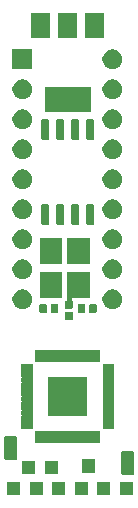
<source format=gbr>
G04 #@! TF.GenerationSoftware,KiCad,Pcbnew,5.1.5+dfsg1-2build2*
G04 #@! TF.CreationDate,2023-02-09T08:11:11+00:00*
G04 #@! TF.ProjectId,video-ram-replacement,76696465-6f2d-4726-916d-2d7265706c61,rev?*
G04 #@! TF.SameCoordinates,Original*
G04 #@! TF.FileFunction,Soldermask,Top*
G04 #@! TF.FilePolarity,Negative*
%FSLAX46Y46*%
G04 Gerber Fmt 4.6, Leading zero omitted, Abs format (unit mm)*
G04 Created by KiCad (PCBNEW 5.1.5+dfsg1-2build2) date 2023-02-09 08:11:11*
%MOMM*%
%LPD*%
G04 APERTURE LIST*
%ADD10C,0.150000*%
G04 APERTURE END LIST*
D10*
G36*
X188892000Y-163619000D02*
G01*
X187790000Y-163619000D01*
X187790000Y-162517000D01*
X188892000Y-162517000D01*
X188892000Y-163619000D01*
G37*
G36*
X181272000Y-163619000D02*
G01*
X180170000Y-163619000D01*
X180170000Y-162517000D01*
X181272000Y-162517000D01*
X181272000Y-163619000D01*
G37*
G36*
X179367000Y-163619000D02*
G01*
X178265000Y-163619000D01*
X178265000Y-162517000D01*
X179367000Y-162517000D01*
X179367000Y-163619000D01*
G37*
G36*
X183177000Y-163619000D02*
G01*
X182075000Y-163619000D01*
X182075000Y-162517000D01*
X183177000Y-162517000D01*
X183177000Y-163619000D01*
G37*
G36*
X185082000Y-163619000D02*
G01*
X183980000Y-163619000D01*
X183980000Y-162517000D01*
X185082000Y-162517000D01*
X185082000Y-163619000D01*
G37*
G36*
X186987000Y-163619000D02*
G01*
X185885000Y-163619000D01*
X185885000Y-162517000D01*
X186987000Y-162517000D01*
X186987000Y-163619000D01*
G37*
G36*
X188847434Y-159862686D02*
G01*
X188887284Y-159874774D01*
X188923999Y-159894399D01*
X188956186Y-159920814D01*
X188982601Y-159953001D01*
X189002226Y-159989716D01*
X189014314Y-160029566D01*
X189019000Y-160077141D01*
X189019000Y-161740859D01*
X189014314Y-161788434D01*
X189002226Y-161828284D01*
X188982601Y-161864999D01*
X188956186Y-161897186D01*
X188923999Y-161923601D01*
X188887284Y-161943226D01*
X188847434Y-161955314D01*
X188799859Y-161960000D01*
X188136141Y-161960000D01*
X188088566Y-161955314D01*
X188048716Y-161943226D01*
X188012001Y-161923601D01*
X187979814Y-161897186D01*
X187953399Y-161864999D01*
X187933774Y-161828284D01*
X187921686Y-161788434D01*
X187917000Y-161740859D01*
X187917000Y-160077141D01*
X187921686Y-160029566D01*
X187933774Y-159989716D01*
X187953399Y-159953001D01*
X187979814Y-159920814D01*
X188012001Y-159894399D01*
X188048716Y-159874774D01*
X188088566Y-159862686D01*
X188136141Y-159858000D01*
X188799859Y-159858000D01*
X188847434Y-159862686D01*
G37*
G36*
X180637000Y-161841000D02*
G01*
X179535000Y-161841000D01*
X179535000Y-160739000D01*
X180637000Y-160739000D01*
X180637000Y-161841000D01*
G37*
G36*
X182542000Y-161841000D02*
G01*
X181440000Y-161841000D01*
X181440000Y-160739000D01*
X182542000Y-160739000D01*
X182542000Y-161841000D01*
G37*
G36*
X185717000Y-161714000D02*
G01*
X184615000Y-161714000D01*
X184615000Y-160612000D01*
X185717000Y-160612000D01*
X185717000Y-161714000D01*
G37*
G36*
X178941434Y-158592686D02*
G01*
X178981284Y-158604774D01*
X179017999Y-158624399D01*
X179050186Y-158650814D01*
X179076601Y-158683001D01*
X179096226Y-158719716D01*
X179108314Y-158759566D01*
X179113000Y-158807141D01*
X179113000Y-160470859D01*
X179108314Y-160518434D01*
X179096226Y-160558284D01*
X179076601Y-160594999D01*
X179050186Y-160627186D01*
X179017999Y-160653601D01*
X178981284Y-160673226D01*
X178941434Y-160685314D01*
X178893859Y-160690000D01*
X178230141Y-160690000D01*
X178182566Y-160685314D01*
X178142716Y-160673226D01*
X178106001Y-160653601D01*
X178073814Y-160627186D01*
X178047399Y-160594999D01*
X178027774Y-160558284D01*
X178015686Y-160518434D01*
X178011000Y-160470859D01*
X178011000Y-158807141D01*
X178015686Y-158759566D01*
X178027774Y-158719716D01*
X178047399Y-158683001D01*
X178073814Y-158650814D01*
X178106001Y-158624399D01*
X178142716Y-158604774D01*
X178182566Y-158592686D01*
X178230141Y-158588000D01*
X178893859Y-158588000D01*
X178941434Y-158592686D01*
G37*
G36*
X180928416Y-158220043D02*
G01*
X180932556Y-158221299D01*
X180951716Y-158229235D01*
X180975750Y-158234015D01*
X181000254Y-158234015D01*
X181024287Y-158229234D01*
X181043445Y-158221299D01*
X181047584Y-158220043D01*
X181056143Y-158219200D01*
X181319857Y-158219200D01*
X181328416Y-158220043D01*
X181332556Y-158221299D01*
X181351716Y-158229235D01*
X181375750Y-158234015D01*
X181400254Y-158234015D01*
X181424287Y-158229234D01*
X181443445Y-158221299D01*
X181447584Y-158220043D01*
X181456143Y-158219200D01*
X181719857Y-158219200D01*
X181728416Y-158220043D01*
X181732556Y-158221299D01*
X181751716Y-158229235D01*
X181775750Y-158234015D01*
X181800254Y-158234015D01*
X181824287Y-158229234D01*
X181843445Y-158221299D01*
X181847584Y-158220043D01*
X181856143Y-158219200D01*
X182119857Y-158219200D01*
X182128416Y-158220043D01*
X182132556Y-158221299D01*
X182151716Y-158229235D01*
X182175750Y-158234015D01*
X182200254Y-158234015D01*
X182224287Y-158229234D01*
X182243445Y-158221299D01*
X182247584Y-158220043D01*
X182256143Y-158219200D01*
X182519857Y-158219200D01*
X182528416Y-158220043D01*
X182532556Y-158221299D01*
X182551716Y-158229235D01*
X182575750Y-158234015D01*
X182600254Y-158234015D01*
X182624287Y-158229234D01*
X182643445Y-158221299D01*
X182647584Y-158220043D01*
X182656143Y-158219200D01*
X182919857Y-158219200D01*
X182928416Y-158220043D01*
X182932556Y-158221299D01*
X182951716Y-158229235D01*
X182975750Y-158234015D01*
X183000254Y-158234015D01*
X183024287Y-158229234D01*
X183043445Y-158221299D01*
X183047584Y-158220043D01*
X183056143Y-158219200D01*
X183319857Y-158219200D01*
X183328416Y-158220043D01*
X183332556Y-158221299D01*
X183351716Y-158229235D01*
X183375750Y-158234015D01*
X183400254Y-158234015D01*
X183424287Y-158229234D01*
X183443445Y-158221299D01*
X183447584Y-158220043D01*
X183456143Y-158219200D01*
X183719857Y-158219200D01*
X183728416Y-158220043D01*
X183732556Y-158221299D01*
X183751716Y-158229235D01*
X183775750Y-158234015D01*
X183800254Y-158234015D01*
X183824287Y-158229234D01*
X183843445Y-158221299D01*
X183847584Y-158220043D01*
X183856143Y-158219200D01*
X184119857Y-158219200D01*
X184128416Y-158220043D01*
X184132556Y-158221299D01*
X184151716Y-158229235D01*
X184175750Y-158234015D01*
X184200254Y-158234015D01*
X184224287Y-158229234D01*
X184243445Y-158221299D01*
X184247584Y-158220043D01*
X184256143Y-158219200D01*
X184519857Y-158219200D01*
X184528416Y-158220043D01*
X184532556Y-158221299D01*
X184551716Y-158229235D01*
X184575750Y-158234015D01*
X184600254Y-158234015D01*
X184624287Y-158229234D01*
X184643445Y-158221299D01*
X184647584Y-158220043D01*
X184656143Y-158219200D01*
X184919857Y-158219200D01*
X184928416Y-158220043D01*
X184932556Y-158221299D01*
X184951716Y-158229235D01*
X184975750Y-158234015D01*
X185000254Y-158234015D01*
X185024287Y-158229234D01*
X185043445Y-158221299D01*
X185047584Y-158220043D01*
X185056143Y-158219200D01*
X185319857Y-158219200D01*
X185328416Y-158220043D01*
X185332556Y-158221299D01*
X185351716Y-158229235D01*
X185375750Y-158234015D01*
X185400254Y-158234015D01*
X185424287Y-158229234D01*
X185443445Y-158221299D01*
X185447584Y-158220043D01*
X185456143Y-158219200D01*
X185719857Y-158219200D01*
X185728416Y-158220043D01*
X185732556Y-158221299D01*
X185751716Y-158229235D01*
X185775750Y-158234015D01*
X185800254Y-158234015D01*
X185824287Y-158229234D01*
X185843445Y-158221299D01*
X185847584Y-158220043D01*
X185856143Y-158219200D01*
X186119857Y-158219200D01*
X186128416Y-158220043D01*
X186130745Y-158220750D01*
X186132887Y-158221895D01*
X186134765Y-158223435D01*
X186136305Y-158225313D01*
X186137450Y-158227455D01*
X186138157Y-158229784D01*
X186139000Y-158238343D01*
X186139000Y-159177057D01*
X186138157Y-159185616D01*
X186137450Y-159187945D01*
X186136305Y-159190087D01*
X186134765Y-159191965D01*
X186132887Y-159193505D01*
X186130745Y-159194650D01*
X186128416Y-159195357D01*
X186119857Y-159196200D01*
X185856143Y-159196200D01*
X185847584Y-159195357D01*
X185843444Y-159194101D01*
X185824284Y-159186165D01*
X185800250Y-159181385D01*
X185775746Y-159181385D01*
X185751713Y-159186166D01*
X185732555Y-159194101D01*
X185728416Y-159195357D01*
X185719857Y-159196200D01*
X185456143Y-159196200D01*
X185447584Y-159195357D01*
X185443444Y-159194101D01*
X185424284Y-159186165D01*
X185400250Y-159181385D01*
X185375746Y-159181385D01*
X185351713Y-159186166D01*
X185332555Y-159194101D01*
X185328416Y-159195357D01*
X185319857Y-159196200D01*
X185056143Y-159196200D01*
X185047584Y-159195357D01*
X185043444Y-159194101D01*
X185024284Y-159186165D01*
X185000250Y-159181385D01*
X184975746Y-159181385D01*
X184951713Y-159186166D01*
X184932555Y-159194101D01*
X184928416Y-159195357D01*
X184919857Y-159196200D01*
X184656143Y-159196200D01*
X184647584Y-159195357D01*
X184643444Y-159194101D01*
X184624284Y-159186165D01*
X184600250Y-159181385D01*
X184575746Y-159181385D01*
X184551713Y-159186166D01*
X184532555Y-159194101D01*
X184528416Y-159195357D01*
X184519857Y-159196200D01*
X184256143Y-159196200D01*
X184247584Y-159195357D01*
X184243444Y-159194101D01*
X184224284Y-159186165D01*
X184200250Y-159181385D01*
X184175746Y-159181385D01*
X184151713Y-159186166D01*
X184132555Y-159194101D01*
X184128416Y-159195357D01*
X184119857Y-159196200D01*
X183856143Y-159196200D01*
X183847584Y-159195357D01*
X183843444Y-159194101D01*
X183824284Y-159186165D01*
X183800250Y-159181385D01*
X183775746Y-159181385D01*
X183751713Y-159186166D01*
X183732555Y-159194101D01*
X183728416Y-159195357D01*
X183719857Y-159196200D01*
X183456143Y-159196200D01*
X183447584Y-159195357D01*
X183443444Y-159194101D01*
X183424284Y-159186165D01*
X183400250Y-159181385D01*
X183375746Y-159181385D01*
X183351713Y-159186166D01*
X183332555Y-159194101D01*
X183328416Y-159195357D01*
X183319857Y-159196200D01*
X183056143Y-159196200D01*
X183047584Y-159195357D01*
X183043444Y-159194101D01*
X183024284Y-159186165D01*
X183000250Y-159181385D01*
X182975746Y-159181385D01*
X182951713Y-159186166D01*
X182932555Y-159194101D01*
X182928416Y-159195357D01*
X182919857Y-159196200D01*
X182656143Y-159196200D01*
X182647584Y-159195357D01*
X182643444Y-159194101D01*
X182624284Y-159186165D01*
X182600250Y-159181385D01*
X182575746Y-159181385D01*
X182551713Y-159186166D01*
X182532555Y-159194101D01*
X182528416Y-159195357D01*
X182519857Y-159196200D01*
X182256143Y-159196200D01*
X182247584Y-159195357D01*
X182243444Y-159194101D01*
X182224284Y-159186165D01*
X182200250Y-159181385D01*
X182175746Y-159181385D01*
X182151713Y-159186166D01*
X182132555Y-159194101D01*
X182128416Y-159195357D01*
X182119857Y-159196200D01*
X181856143Y-159196200D01*
X181847584Y-159195357D01*
X181843444Y-159194101D01*
X181824284Y-159186165D01*
X181800250Y-159181385D01*
X181775746Y-159181385D01*
X181751713Y-159186166D01*
X181732555Y-159194101D01*
X181728416Y-159195357D01*
X181719857Y-159196200D01*
X181456143Y-159196200D01*
X181447584Y-159195357D01*
X181443444Y-159194101D01*
X181424284Y-159186165D01*
X181400250Y-159181385D01*
X181375746Y-159181385D01*
X181351713Y-159186166D01*
X181332555Y-159194101D01*
X181328416Y-159195357D01*
X181319857Y-159196200D01*
X181056143Y-159196200D01*
X181047584Y-159195357D01*
X181043444Y-159194101D01*
X181024284Y-159186165D01*
X181000250Y-159181385D01*
X180975746Y-159181385D01*
X180951713Y-159186166D01*
X180932555Y-159194101D01*
X180928416Y-159195357D01*
X180919857Y-159196200D01*
X180656143Y-159196200D01*
X180647584Y-159195357D01*
X180645255Y-159194650D01*
X180643113Y-159193505D01*
X180641235Y-159191965D01*
X180639695Y-159190087D01*
X180638550Y-159187945D01*
X180637843Y-159185616D01*
X180637000Y-159177057D01*
X180637000Y-158238343D01*
X180637843Y-158229784D01*
X180638550Y-158227455D01*
X180639695Y-158225313D01*
X180641235Y-158223435D01*
X180643113Y-158221895D01*
X180645255Y-158220750D01*
X180647584Y-158220043D01*
X180656143Y-158219200D01*
X180919857Y-158219200D01*
X180928416Y-158220043D01*
G37*
G36*
X180428416Y-152520043D02*
G01*
X180430745Y-152520750D01*
X180432887Y-152521895D01*
X180434765Y-152523435D01*
X180436305Y-152525313D01*
X180437450Y-152527455D01*
X180438157Y-152529784D01*
X180439000Y-152538343D01*
X180439000Y-152802057D01*
X180438157Y-152810616D01*
X180436901Y-152814756D01*
X180428965Y-152833916D01*
X180424185Y-152857950D01*
X180424185Y-152882454D01*
X180428966Y-152906487D01*
X180436901Y-152925645D01*
X180438157Y-152929784D01*
X180439000Y-152938343D01*
X180439000Y-153202057D01*
X180438157Y-153210616D01*
X180436901Y-153214756D01*
X180428965Y-153233916D01*
X180424185Y-153257950D01*
X180424185Y-153282454D01*
X180428966Y-153306487D01*
X180436901Y-153325645D01*
X180438157Y-153329784D01*
X180439000Y-153338343D01*
X180439000Y-153602057D01*
X180438157Y-153610616D01*
X180436901Y-153614756D01*
X180428965Y-153633916D01*
X180424185Y-153657950D01*
X180424185Y-153682454D01*
X180428966Y-153706487D01*
X180436901Y-153725645D01*
X180438157Y-153729784D01*
X180439000Y-153738343D01*
X180439000Y-154002057D01*
X180438157Y-154010616D01*
X180436901Y-154014756D01*
X180428965Y-154033916D01*
X180424185Y-154057950D01*
X180424185Y-154082454D01*
X180428966Y-154106487D01*
X180436901Y-154125645D01*
X180438157Y-154129784D01*
X180439000Y-154138343D01*
X180439000Y-154402057D01*
X180438157Y-154410616D01*
X180436901Y-154414756D01*
X180428965Y-154433916D01*
X180424185Y-154457950D01*
X180424185Y-154482454D01*
X180428966Y-154506487D01*
X180436901Y-154525645D01*
X180438157Y-154529784D01*
X180439000Y-154538343D01*
X180439000Y-154802057D01*
X180438157Y-154810616D01*
X180436901Y-154814756D01*
X180428965Y-154833916D01*
X180424185Y-154857950D01*
X180424185Y-154882454D01*
X180428966Y-154906487D01*
X180436901Y-154925645D01*
X180438157Y-154929784D01*
X180439000Y-154938343D01*
X180439000Y-155202057D01*
X180438157Y-155210616D01*
X180436901Y-155214756D01*
X180428965Y-155233916D01*
X180424185Y-155257950D01*
X180424185Y-155282454D01*
X180428966Y-155306487D01*
X180436901Y-155325645D01*
X180438157Y-155329784D01*
X180439000Y-155338343D01*
X180439000Y-155602057D01*
X180438157Y-155610616D01*
X180436901Y-155614756D01*
X180428965Y-155633916D01*
X180424185Y-155657950D01*
X180424185Y-155682454D01*
X180428966Y-155706487D01*
X180436901Y-155725645D01*
X180438157Y-155729784D01*
X180439000Y-155738343D01*
X180439000Y-156002057D01*
X180438157Y-156010616D01*
X180436901Y-156014756D01*
X180428965Y-156033916D01*
X180424185Y-156057950D01*
X180424185Y-156082454D01*
X180428966Y-156106487D01*
X180436901Y-156125645D01*
X180438157Y-156129784D01*
X180439000Y-156138343D01*
X180439000Y-156402057D01*
X180438157Y-156410616D01*
X180436901Y-156414756D01*
X180428965Y-156433916D01*
X180424185Y-156457950D01*
X180424185Y-156482454D01*
X180428966Y-156506487D01*
X180436901Y-156525645D01*
X180438157Y-156529784D01*
X180439000Y-156538343D01*
X180439000Y-156802057D01*
X180438157Y-156810616D01*
X180436901Y-156814756D01*
X180428965Y-156833916D01*
X180424185Y-156857950D01*
X180424185Y-156882454D01*
X180428966Y-156906487D01*
X180436901Y-156925645D01*
X180438157Y-156929784D01*
X180439000Y-156938343D01*
X180439000Y-157202057D01*
X180438157Y-157210616D01*
X180436901Y-157214756D01*
X180428965Y-157233916D01*
X180424185Y-157257950D01*
X180424185Y-157282454D01*
X180428966Y-157306487D01*
X180436901Y-157325645D01*
X180438157Y-157329784D01*
X180439000Y-157338343D01*
X180439000Y-157602057D01*
X180438157Y-157610616D01*
X180436901Y-157614756D01*
X180428965Y-157633916D01*
X180424185Y-157657950D01*
X180424185Y-157682454D01*
X180428966Y-157706487D01*
X180436901Y-157725645D01*
X180438157Y-157729784D01*
X180439000Y-157738343D01*
X180439000Y-158002057D01*
X180438157Y-158010616D01*
X180437450Y-158012945D01*
X180436305Y-158015087D01*
X180434765Y-158016965D01*
X180432887Y-158018505D01*
X180430745Y-158019650D01*
X180428416Y-158020357D01*
X180419857Y-158021200D01*
X179481143Y-158021200D01*
X179472584Y-158020357D01*
X179470255Y-158019650D01*
X179468113Y-158018505D01*
X179466235Y-158016965D01*
X179464695Y-158015087D01*
X179463550Y-158012945D01*
X179462843Y-158010616D01*
X179462000Y-158002057D01*
X179462000Y-157738343D01*
X179462843Y-157729784D01*
X179464099Y-157725644D01*
X179472035Y-157706484D01*
X179476815Y-157682450D01*
X179476815Y-157657946D01*
X179472034Y-157633913D01*
X179464099Y-157614755D01*
X179462843Y-157610616D01*
X179462000Y-157602057D01*
X179462000Y-157338343D01*
X179462843Y-157329784D01*
X179464099Y-157325644D01*
X179472035Y-157306484D01*
X179476815Y-157282450D01*
X179476815Y-157257946D01*
X179472034Y-157233913D01*
X179464099Y-157214755D01*
X179462843Y-157210616D01*
X179462000Y-157202057D01*
X179462000Y-156938343D01*
X179462843Y-156929784D01*
X179464099Y-156925644D01*
X179472035Y-156906484D01*
X179476815Y-156882450D01*
X179476815Y-156857946D01*
X179472034Y-156833913D01*
X179464099Y-156814755D01*
X179462843Y-156810616D01*
X179462000Y-156802057D01*
X179462000Y-156538343D01*
X179462843Y-156529784D01*
X179464099Y-156525644D01*
X179472035Y-156506484D01*
X179476815Y-156482450D01*
X179476815Y-156457946D01*
X179472034Y-156433913D01*
X179464099Y-156414755D01*
X179462843Y-156410616D01*
X179462000Y-156402057D01*
X179462000Y-156138343D01*
X179462843Y-156129784D01*
X179464099Y-156125644D01*
X179472035Y-156106484D01*
X179476815Y-156082450D01*
X179476815Y-156057946D01*
X179472034Y-156033913D01*
X179464099Y-156014755D01*
X179462843Y-156010616D01*
X179462000Y-156002057D01*
X179462000Y-155738343D01*
X179462843Y-155729784D01*
X179464099Y-155725644D01*
X179472035Y-155706484D01*
X179476815Y-155682450D01*
X179476815Y-155657946D01*
X179472034Y-155633913D01*
X179464099Y-155614755D01*
X179462843Y-155610616D01*
X179462000Y-155602057D01*
X179462000Y-155338343D01*
X179462843Y-155329784D01*
X179464099Y-155325644D01*
X179472035Y-155306484D01*
X179476815Y-155282450D01*
X179476815Y-155257946D01*
X179472034Y-155233913D01*
X179464099Y-155214755D01*
X179462843Y-155210616D01*
X179462000Y-155202057D01*
X179462000Y-154938343D01*
X179462843Y-154929784D01*
X179464099Y-154925644D01*
X179472035Y-154906484D01*
X179476815Y-154882450D01*
X179476815Y-154857946D01*
X179472034Y-154833913D01*
X179464099Y-154814755D01*
X179462843Y-154810616D01*
X179462000Y-154802057D01*
X179462000Y-154538343D01*
X179462843Y-154529784D01*
X179464099Y-154525644D01*
X179472035Y-154506484D01*
X179476815Y-154482450D01*
X179476815Y-154457946D01*
X179472034Y-154433913D01*
X179464099Y-154414755D01*
X179462843Y-154410616D01*
X179462000Y-154402057D01*
X179462000Y-154138343D01*
X179462843Y-154129784D01*
X179464099Y-154125644D01*
X179472035Y-154106484D01*
X179476815Y-154082450D01*
X179476815Y-154057946D01*
X179472034Y-154033913D01*
X179464099Y-154014755D01*
X179462843Y-154010616D01*
X179462000Y-154002057D01*
X179462000Y-153738343D01*
X179462843Y-153729784D01*
X179464099Y-153725644D01*
X179472035Y-153706484D01*
X179476815Y-153682450D01*
X179476815Y-153657946D01*
X179472034Y-153633913D01*
X179464099Y-153614755D01*
X179462843Y-153610616D01*
X179462000Y-153602057D01*
X179462000Y-153338343D01*
X179462843Y-153329784D01*
X179464099Y-153325644D01*
X179472035Y-153306484D01*
X179476815Y-153282450D01*
X179476815Y-153257946D01*
X179472034Y-153233913D01*
X179464099Y-153214755D01*
X179462843Y-153210616D01*
X179462000Y-153202057D01*
X179462000Y-152938343D01*
X179462843Y-152929784D01*
X179464099Y-152925644D01*
X179472035Y-152906484D01*
X179476815Y-152882450D01*
X179476815Y-152857946D01*
X179472034Y-152833913D01*
X179464099Y-152814755D01*
X179462843Y-152810616D01*
X179462000Y-152802057D01*
X179462000Y-152538343D01*
X179462843Y-152529784D01*
X179463550Y-152527455D01*
X179464695Y-152525313D01*
X179466235Y-152523435D01*
X179468113Y-152521895D01*
X179470255Y-152520750D01*
X179472584Y-152520043D01*
X179481143Y-152519200D01*
X180419857Y-152519200D01*
X180428416Y-152520043D01*
G37*
G36*
X187303416Y-152520043D02*
G01*
X187305745Y-152520750D01*
X187307887Y-152521895D01*
X187309765Y-152523435D01*
X187311305Y-152525313D01*
X187312450Y-152527455D01*
X187313157Y-152529784D01*
X187314000Y-152538343D01*
X187314000Y-152802057D01*
X187313157Y-152810616D01*
X187311901Y-152814756D01*
X187303965Y-152833916D01*
X187299185Y-152857950D01*
X187299185Y-152882454D01*
X187303966Y-152906487D01*
X187311901Y-152925645D01*
X187313157Y-152929784D01*
X187314000Y-152938343D01*
X187314000Y-153202057D01*
X187313157Y-153210616D01*
X187311901Y-153214756D01*
X187303965Y-153233916D01*
X187299185Y-153257950D01*
X187299185Y-153282454D01*
X187303966Y-153306487D01*
X187311901Y-153325645D01*
X187313157Y-153329784D01*
X187314000Y-153338343D01*
X187314000Y-153602057D01*
X187313157Y-153610616D01*
X187311901Y-153614756D01*
X187303965Y-153633916D01*
X187299185Y-153657950D01*
X187299185Y-153682454D01*
X187303966Y-153706487D01*
X187311901Y-153725645D01*
X187313157Y-153729784D01*
X187314000Y-153738343D01*
X187314000Y-154002057D01*
X187313157Y-154010616D01*
X187311901Y-154014756D01*
X187303965Y-154033916D01*
X187299185Y-154057950D01*
X187299185Y-154082454D01*
X187303966Y-154106487D01*
X187311901Y-154125645D01*
X187313157Y-154129784D01*
X187314000Y-154138343D01*
X187314000Y-154402057D01*
X187313157Y-154410616D01*
X187311901Y-154414756D01*
X187303965Y-154433916D01*
X187299185Y-154457950D01*
X187299185Y-154482454D01*
X187303966Y-154506487D01*
X187311901Y-154525645D01*
X187313157Y-154529784D01*
X187314000Y-154538343D01*
X187314000Y-154802057D01*
X187313157Y-154810616D01*
X187311901Y-154814756D01*
X187303965Y-154833916D01*
X187299185Y-154857950D01*
X187299185Y-154882454D01*
X187303966Y-154906487D01*
X187311901Y-154925645D01*
X187313157Y-154929784D01*
X187314000Y-154938343D01*
X187314000Y-155202057D01*
X187313157Y-155210616D01*
X187311901Y-155214756D01*
X187303965Y-155233916D01*
X187299185Y-155257950D01*
X187299185Y-155282454D01*
X187303966Y-155306487D01*
X187311901Y-155325645D01*
X187313157Y-155329784D01*
X187314000Y-155338343D01*
X187314000Y-155602057D01*
X187313157Y-155610616D01*
X187311901Y-155614756D01*
X187303965Y-155633916D01*
X187299185Y-155657950D01*
X187299185Y-155682454D01*
X187303966Y-155706487D01*
X187311901Y-155725645D01*
X187313157Y-155729784D01*
X187314000Y-155738343D01*
X187314000Y-156002057D01*
X187313157Y-156010616D01*
X187311901Y-156014756D01*
X187303965Y-156033916D01*
X187299185Y-156057950D01*
X187299185Y-156082454D01*
X187303966Y-156106487D01*
X187311901Y-156125645D01*
X187313157Y-156129784D01*
X187314000Y-156138343D01*
X187314000Y-156402057D01*
X187313157Y-156410616D01*
X187311901Y-156414756D01*
X187303965Y-156433916D01*
X187299185Y-156457950D01*
X187299185Y-156482454D01*
X187303966Y-156506487D01*
X187311901Y-156525645D01*
X187313157Y-156529784D01*
X187314000Y-156538343D01*
X187314000Y-156802057D01*
X187313157Y-156810616D01*
X187311901Y-156814756D01*
X187303965Y-156833916D01*
X187299185Y-156857950D01*
X187299185Y-156882454D01*
X187303966Y-156906487D01*
X187311901Y-156925645D01*
X187313157Y-156929784D01*
X187314000Y-156938343D01*
X187314000Y-157202057D01*
X187313157Y-157210616D01*
X187311901Y-157214756D01*
X187303965Y-157233916D01*
X187299185Y-157257950D01*
X187299185Y-157282454D01*
X187303966Y-157306487D01*
X187311901Y-157325645D01*
X187313157Y-157329784D01*
X187314000Y-157338343D01*
X187314000Y-157602057D01*
X187313157Y-157610616D01*
X187311901Y-157614756D01*
X187303965Y-157633916D01*
X187299185Y-157657950D01*
X187299185Y-157682454D01*
X187303966Y-157706487D01*
X187311901Y-157725645D01*
X187313157Y-157729784D01*
X187314000Y-157738343D01*
X187314000Y-158002057D01*
X187313157Y-158010616D01*
X187312450Y-158012945D01*
X187311305Y-158015087D01*
X187309765Y-158016965D01*
X187307887Y-158018505D01*
X187305745Y-158019650D01*
X187303416Y-158020357D01*
X187294857Y-158021200D01*
X186356143Y-158021200D01*
X186347584Y-158020357D01*
X186345255Y-158019650D01*
X186343113Y-158018505D01*
X186341235Y-158016965D01*
X186339695Y-158015087D01*
X186338550Y-158012945D01*
X186337843Y-158010616D01*
X186337000Y-158002057D01*
X186337000Y-157738343D01*
X186337843Y-157729784D01*
X186339099Y-157725644D01*
X186347035Y-157706484D01*
X186351815Y-157682450D01*
X186351815Y-157657946D01*
X186347034Y-157633913D01*
X186339099Y-157614755D01*
X186337843Y-157610616D01*
X186337000Y-157602057D01*
X186337000Y-157338343D01*
X186337843Y-157329784D01*
X186339099Y-157325644D01*
X186347035Y-157306484D01*
X186351815Y-157282450D01*
X186351815Y-157257946D01*
X186347034Y-157233913D01*
X186339099Y-157214755D01*
X186337843Y-157210616D01*
X186337000Y-157202057D01*
X186337000Y-156938343D01*
X186337843Y-156929784D01*
X186339099Y-156925644D01*
X186347035Y-156906484D01*
X186351815Y-156882450D01*
X186351815Y-156857946D01*
X186347034Y-156833913D01*
X186339099Y-156814755D01*
X186337843Y-156810616D01*
X186337000Y-156802057D01*
X186337000Y-156538343D01*
X186337843Y-156529784D01*
X186339099Y-156525644D01*
X186347035Y-156506484D01*
X186351815Y-156482450D01*
X186351815Y-156457946D01*
X186347034Y-156433913D01*
X186339099Y-156414755D01*
X186337843Y-156410616D01*
X186337000Y-156402057D01*
X186337000Y-156138343D01*
X186337843Y-156129784D01*
X186339099Y-156125644D01*
X186347035Y-156106484D01*
X186351815Y-156082450D01*
X186351815Y-156057946D01*
X186347034Y-156033913D01*
X186339099Y-156014755D01*
X186337843Y-156010616D01*
X186337000Y-156002057D01*
X186337000Y-155738343D01*
X186337843Y-155729784D01*
X186339099Y-155725644D01*
X186347035Y-155706484D01*
X186351815Y-155682450D01*
X186351815Y-155657946D01*
X186347034Y-155633913D01*
X186339099Y-155614755D01*
X186337843Y-155610616D01*
X186337000Y-155602057D01*
X186337000Y-155338343D01*
X186337843Y-155329784D01*
X186339099Y-155325644D01*
X186347035Y-155306484D01*
X186351815Y-155282450D01*
X186351815Y-155257946D01*
X186347034Y-155233913D01*
X186339099Y-155214755D01*
X186337843Y-155210616D01*
X186337000Y-155202057D01*
X186337000Y-154938343D01*
X186337843Y-154929784D01*
X186339099Y-154925644D01*
X186347035Y-154906484D01*
X186351815Y-154882450D01*
X186351815Y-154857946D01*
X186347034Y-154833913D01*
X186339099Y-154814755D01*
X186337843Y-154810616D01*
X186337000Y-154802057D01*
X186337000Y-154538343D01*
X186337843Y-154529784D01*
X186339099Y-154525644D01*
X186347035Y-154506484D01*
X186351815Y-154482450D01*
X186351815Y-154457946D01*
X186347034Y-154433913D01*
X186339099Y-154414755D01*
X186337843Y-154410616D01*
X186337000Y-154402057D01*
X186337000Y-154138343D01*
X186337843Y-154129784D01*
X186339099Y-154125644D01*
X186347035Y-154106484D01*
X186351815Y-154082450D01*
X186351815Y-154057946D01*
X186347034Y-154033913D01*
X186339099Y-154014755D01*
X186337843Y-154010616D01*
X186337000Y-154002057D01*
X186337000Y-153738343D01*
X186337843Y-153729784D01*
X186339099Y-153725644D01*
X186347035Y-153706484D01*
X186351815Y-153682450D01*
X186351815Y-153657946D01*
X186347034Y-153633913D01*
X186339099Y-153614755D01*
X186337843Y-153610616D01*
X186337000Y-153602057D01*
X186337000Y-153338343D01*
X186337843Y-153329784D01*
X186339099Y-153325644D01*
X186347035Y-153306484D01*
X186351815Y-153282450D01*
X186351815Y-153257946D01*
X186347034Y-153233913D01*
X186339099Y-153214755D01*
X186337843Y-153210616D01*
X186337000Y-153202057D01*
X186337000Y-152938343D01*
X186337843Y-152929784D01*
X186339099Y-152925644D01*
X186347035Y-152906484D01*
X186351815Y-152882450D01*
X186351815Y-152857946D01*
X186347034Y-152833913D01*
X186339099Y-152814755D01*
X186337843Y-152810616D01*
X186337000Y-152802057D01*
X186337000Y-152538343D01*
X186337843Y-152529784D01*
X186338550Y-152527455D01*
X186339695Y-152525313D01*
X186341235Y-152523435D01*
X186343113Y-152521895D01*
X186345255Y-152520750D01*
X186347584Y-152520043D01*
X186356143Y-152519200D01*
X187294857Y-152519200D01*
X187303416Y-152520043D01*
G37*
G36*
X185010840Y-153620462D02*
G01*
X185017258Y-153622409D01*
X185023181Y-153625575D01*
X185028368Y-153629832D01*
X185032625Y-153635019D01*
X185035791Y-153640942D01*
X185037738Y-153647360D01*
X185039000Y-153660178D01*
X185039000Y-156880222D01*
X185037738Y-156893040D01*
X185035791Y-156899458D01*
X185032625Y-156905381D01*
X185028368Y-156910568D01*
X185023181Y-156914825D01*
X185017258Y-156917991D01*
X185010840Y-156919938D01*
X184998022Y-156921200D01*
X181777978Y-156921200D01*
X181765160Y-156919938D01*
X181758742Y-156917991D01*
X181752819Y-156914825D01*
X181747632Y-156910568D01*
X181743375Y-156905381D01*
X181740209Y-156899458D01*
X181738262Y-156893040D01*
X181737000Y-156880222D01*
X181737000Y-153660178D01*
X181738262Y-153647360D01*
X181740209Y-153640942D01*
X181743375Y-153635019D01*
X181747632Y-153629832D01*
X181752819Y-153625575D01*
X181758742Y-153622409D01*
X181765160Y-153620462D01*
X181777978Y-153619200D01*
X184998022Y-153619200D01*
X185010840Y-153620462D01*
G37*
G36*
X180928416Y-151345043D02*
G01*
X180932556Y-151346299D01*
X180951716Y-151354235D01*
X180975750Y-151359015D01*
X181000254Y-151359015D01*
X181024287Y-151354234D01*
X181043445Y-151346299D01*
X181047584Y-151345043D01*
X181056143Y-151344200D01*
X181319857Y-151344200D01*
X181328416Y-151345043D01*
X181332556Y-151346299D01*
X181351716Y-151354235D01*
X181375750Y-151359015D01*
X181400254Y-151359015D01*
X181424287Y-151354234D01*
X181443445Y-151346299D01*
X181447584Y-151345043D01*
X181456143Y-151344200D01*
X181719857Y-151344200D01*
X181728416Y-151345043D01*
X181732556Y-151346299D01*
X181751716Y-151354235D01*
X181775750Y-151359015D01*
X181800254Y-151359015D01*
X181824287Y-151354234D01*
X181843445Y-151346299D01*
X181847584Y-151345043D01*
X181856143Y-151344200D01*
X182119857Y-151344200D01*
X182128416Y-151345043D01*
X182132556Y-151346299D01*
X182151716Y-151354235D01*
X182175750Y-151359015D01*
X182200254Y-151359015D01*
X182224287Y-151354234D01*
X182243445Y-151346299D01*
X182247584Y-151345043D01*
X182256143Y-151344200D01*
X182519857Y-151344200D01*
X182528416Y-151345043D01*
X182532556Y-151346299D01*
X182551716Y-151354235D01*
X182575750Y-151359015D01*
X182600254Y-151359015D01*
X182624287Y-151354234D01*
X182643445Y-151346299D01*
X182647584Y-151345043D01*
X182656143Y-151344200D01*
X182919857Y-151344200D01*
X182928416Y-151345043D01*
X182932556Y-151346299D01*
X182951716Y-151354235D01*
X182975750Y-151359015D01*
X183000254Y-151359015D01*
X183024287Y-151354234D01*
X183043445Y-151346299D01*
X183047584Y-151345043D01*
X183056143Y-151344200D01*
X183319857Y-151344200D01*
X183328416Y-151345043D01*
X183332556Y-151346299D01*
X183351716Y-151354235D01*
X183375750Y-151359015D01*
X183400254Y-151359015D01*
X183424287Y-151354234D01*
X183443445Y-151346299D01*
X183447584Y-151345043D01*
X183456143Y-151344200D01*
X183719857Y-151344200D01*
X183728416Y-151345043D01*
X183732556Y-151346299D01*
X183751716Y-151354235D01*
X183775750Y-151359015D01*
X183800254Y-151359015D01*
X183824287Y-151354234D01*
X183843445Y-151346299D01*
X183847584Y-151345043D01*
X183856143Y-151344200D01*
X184119857Y-151344200D01*
X184128416Y-151345043D01*
X184132556Y-151346299D01*
X184151716Y-151354235D01*
X184175750Y-151359015D01*
X184200254Y-151359015D01*
X184224287Y-151354234D01*
X184243445Y-151346299D01*
X184247584Y-151345043D01*
X184256143Y-151344200D01*
X184519857Y-151344200D01*
X184528416Y-151345043D01*
X184532556Y-151346299D01*
X184551716Y-151354235D01*
X184575750Y-151359015D01*
X184600254Y-151359015D01*
X184624287Y-151354234D01*
X184643445Y-151346299D01*
X184647584Y-151345043D01*
X184656143Y-151344200D01*
X184919857Y-151344200D01*
X184928416Y-151345043D01*
X184932556Y-151346299D01*
X184951716Y-151354235D01*
X184975750Y-151359015D01*
X185000254Y-151359015D01*
X185024287Y-151354234D01*
X185043445Y-151346299D01*
X185047584Y-151345043D01*
X185056143Y-151344200D01*
X185319857Y-151344200D01*
X185328416Y-151345043D01*
X185332556Y-151346299D01*
X185351716Y-151354235D01*
X185375750Y-151359015D01*
X185400254Y-151359015D01*
X185424287Y-151354234D01*
X185443445Y-151346299D01*
X185447584Y-151345043D01*
X185456143Y-151344200D01*
X185719857Y-151344200D01*
X185728416Y-151345043D01*
X185732556Y-151346299D01*
X185751716Y-151354235D01*
X185775750Y-151359015D01*
X185800254Y-151359015D01*
X185824287Y-151354234D01*
X185843445Y-151346299D01*
X185847584Y-151345043D01*
X185856143Y-151344200D01*
X186119857Y-151344200D01*
X186128416Y-151345043D01*
X186130745Y-151345750D01*
X186132887Y-151346895D01*
X186134765Y-151348435D01*
X186136305Y-151350313D01*
X186137450Y-151352455D01*
X186138157Y-151354784D01*
X186139000Y-151363343D01*
X186139000Y-152302057D01*
X186138157Y-152310616D01*
X186137450Y-152312945D01*
X186136305Y-152315087D01*
X186134765Y-152316965D01*
X186132887Y-152318505D01*
X186130745Y-152319650D01*
X186128416Y-152320357D01*
X186119857Y-152321200D01*
X185856143Y-152321200D01*
X185847584Y-152320357D01*
X185843444Y-152319101D01*
X185824284Y-152311165D01*
X185800250Y-152306385D01*
X185775746Y-152306385D01*
X185751713Y-152311166D01*
X185732555Y-152319101D01*
X185728416Y-152320357D01*
X185719857Y-152321200D01*
X185456143Y-152321200D01*
X185447584Y-152320357D01*
X185443444Y-152319101D01*
X185424284Y-152311165D01*
X185400250Y-152306385D01*
X185375746Y-152306385D01*
X185351713Y-152311166D01*
X185332555Y-152319101D01*
X185328416Y-152320357D01*
X185319857Y-152321200D01*
X185056143Y-152321200D01*
X185047584Y-152320357D01*
X185043444Y-152319101D01*
X185024284Y-152311165D01*
X185000250Y-152306385D01*
X184975746Y-152306385D01*
X184951713Y-152311166D01*
X184932555Y-152319101D01*
X184928416Y-152320357D01*
X184919857Y-152321200D01*
X184656143Y-152321200D01*
X184647584Y-152320357D01*
X184643444Y-152319101D01*
X184624284Y-152311165D01*
X184600250Y-152306385D01*
X184575746Y-152306385D01*
X184551713Y-152311166D01*
X184532555Y-152319101D01*
X184528416Y-152320357D01*
X184519857Y-152321200D01*
X184256143Y-152321200D01*
X184247584Y-152320357D01*
X184243444Y-152319101D01*
X184224284Y-152311165D01*
X184200250Y-152306385D01*
X184175746Y-152306385D01*
X184151713Y-152311166D01*
X184132555Y-152319101D01*
X184128416Y-152320357D01*
X184119857Y-152321200D01*
X183856143Y-152321200D01*
X183847584Y-152320357D01*
X183843444Y-152319101D01*
X183824284Y-152311165D01*
X183800250Y-152306385D01*
X183775746Y-152306385D01*
X183751713Y-152311166D01*
X183732555Y-152319101D01*
X183728416Y-152320357D01*
X183719857Y-152321200D01*
X183456143Y-152321200D01*
X183447584Y-152320357D01*
X183443444Y-152319101D01*
X183424284Y-152311165D01*
X183400250Y-152306385D01*
X183375746Y-152306385D01*
X183351713Y-152311166D01*
X183332555Y-152319101D01*
X183328416Y-152320357D01*
X183319857Y-152321200D01*
X183056143Y-152321200D01*
X183047584Y-152320357D01*
X183043444Y-152319101D01*
X183024284Y-152311165D01*
X183000250Y-152306385D01*
X182975746Y-152306385D01*
X182951713Y-152311166D01*
X182932555Y-152319101D01*
X182928416Y-152320357D01*
X182919857Y-152321200D01*
X182656143Y-152321200D01*
X182647584Y-152320357D01*
X182643444Y-152319101D01*
X182624284Y-152311165D01*
X182600250Y-152306385D01*
X182575746Y-152306385D01*
X182551713Y-152311166D01*
X182532555Y-152319101D01*
X182528416Y-152320357D01*
X182519857Y-152321200D01*
X182256143Y-152321200D01*
X182247584Y-152320357D01*
X182243444Y-152319101D01*
X182224284Y-152311165D01*
X182200250Y-152306385D01*
X182175746Y-152306385D01*
X182151713Y-152311166D01*
X182132555Y-152319101D01*
X182128416Y-152320357D01*
X182119857Y-152321200D01*
X181856143Y-152321200D01*
X181847584Y-152320357D01*
X181843444Y-152319101D01*
X181824284Y-152311165D01*
X181800250Y-152306385D01*
X181775746Y-152306385D01*
X181751713Y-152311166D01*
X181732555Y-152319101D01*
X181728416Y-152320357D01*
X181719857Y-152321200D01*
X181456143Y-152321200D01*
X181447584Y-152320357D01*
X181443444Y-152319101D01*
X181424284Y-152311165D01*
X181400250Y-152306385D01*
X181375746Y-152306385D01*
X181351713Y-152311166D01*
X181332555Y-152319101D01*
X181328416Y-152320357D01*
X181319857Y-152321200D01*
X181056143Y-152321200D01*
X181047584Y-152320357D01*
X181043444Y-152319101D01*
X181024284Y-152311165D01*
X181000250Y-152306385D01*
X180975746Y-152306385D01*
X180951713Y-152311166D01*
X180932555Y-152319101D01*
X180928416Y-152320357D01*
X180919857Y-152321200D01*
X180656143Y-152321200D01*
X180647584Y-152320357D01*
X180645255Y-152319650D01*
X180643113Y-152318505D01*
X180641235Y-152316965D01*
X180639695Y-152315087D01*
X180638550Y-152312945D01*
X180637843Y-152310616D01*
X180637000Y-152302057D01*
X180637000Y-151363343D01*
X180637843Y-151354784D01*
X180638550Y-151352455D01*
X180639695Y-151350313D01*
X180641235Y-151348435D01*
X180643113Y-151346895D01*
X180645255Y-151345750D01*
X180647584Y-151345043D01*
X180656143Y-151344200D01*
X180919857Y-151344200D01*
X180928416Y-151345043D01*
G37*
G36*
X183767576Y-148131972D02*
G01*
X183786781Y-148137798D01*
X183804493Y-148147265D01*
X183820005Y-148159995D01*
X183832735Y-148175507D01*
X183842202Y-148193219D01*
X183848028Y-148212424D01*
X183850600Y-148238540D01*
X183850600Y-148682260D01*
X183848028Y-148708376D01*
X183842202Y-148727581D01*
X183832735Y-148745293D01*
X183820005Y-148760805D01*
X183804493Y-148773535D01*
X183786781Y-148783002D01*
X183767576Y-148788828D01*
X183741460Y-148791400D01*
X183237740Y-148791400D01*
X183211624Y-148788828D01*
X183192419Y-148783002D01*
X183174707Y-148773535D01*
X183159195Y-148760805D01*
X183146465Y-148745293D01*
X183136998Y-148727581D01*
X183131172Y-148708376D01*
X183128600Y-148682260D01*
X183128600Y-148238540D01*
X183131172Y-148212424D01*
X183136998Y-148193219D01*
X183146465Y-148175507D01*
X183159195Y-148159995D01*
X183174707Y-148147265D01*
X183192419Y-148137798D01*
X183211624Y-148131972D01*
X183237740Y-148129400D01*
X183741460Y-148129400D01*
X183767576Y-148131972D01*
G37*
G36*
X185766976Y-147469572D02*
G01*
X185786181Y-147475398D01*
X185803893Y-147484865D01*
X185819405Y-147497595D01*
X185832135Y-147513107D01*
X185841602Y-147530819D01*
X185847428Y-147550024D01*
X185850000Y-147576140D01*
X185850000Y-148079860D01*
X185847428Y-148105976D01*
X185841602Y-148125181D01*
X185832135Y-148142893D01*
X185819405Y-148158405D01*
X185803893Y-148171135D01*
X185786181Y-148180602D01*
X185766976Y-148186428D01*
X185740860Y-148189000D01*
X185297140Y-148189000D01*
X185271024Y-148186428D01*
X185251819Y-148180602D01*
X185234107Y-148171135D01*
X185218595Y-148158405D01*
X185205865Y-148142893D01*
X185196398Y-148125181D01*
X185190572Y-148105976D01*
X185188000Y-148079860D01*
X185188000Y-147576140D01*
X185190572Y-147550024D01*
X185196398Y-147530819D01*
X185205865Y-147513107D01*
X185218595Y-147497595D01*
X185234107Y-147484865D01*
X185251819Y-147475398D01*
X185271024Y-147469572D01*
X185297140Y-147467000D01*
X185740860Y-147467000D01*
X185766976Y-147469572D01*
G37*
G36*
X181555776Y-147469572D02*
G01*
X181574981Y-147475398D01*
X181592693Y-147484865D01*
X181608205Y-147497595D01*
X181620935Y-147513107D01*
X181630402Y-147530819D01*
X181636228Y-147550024D01*
X181638800Y-147576140D01*
X181638800Y-148079860D01*
X181636228Y-148105976D01*
X181630402Y-148125181D01*
X181620935Y-148142893D01*
X181608205Y-148158405D01*
X181592693Y-148171135D01*
X181574981Y-148180602D01*
X181555776Y-148186428D01*
X181529660Y-148189000D01*
X181085940Y-148189000D01*
X181059824Y-148186428D01*
X181040619Y-148180602D01*
X181022907Y-148171135D01*
X181007395Y-148158405D01*
X180994665Y-148142893D01*
X180985198Y-148125181D01*
X180979372Y-148105976D01*
X180976800Y-148079860D01*
X180976800Y-147576140D01*
X180979372Y-147550024D01*
X180985198Y-147530819D01*
X180994665Y-147513107D01*
X181007395Y-147497595D01*
X181022907Y-147484865D01*
X181040619Y-147475398D01*
X181059824Y-147469572D01*
X181085940Y-147467000D01*
X181529660Y-147467000D01*
X181555776Y-147469572D01*
G37*
G36*
X182515776Y-147469572D02*
G01*
X182534981Y-147475398D01*
X182552693Y-147484865D01*
X182568205Y-147497595D01*
X182580935Y-147513107D01*
X182590402Y-147530819D01*
X182596228Y-147550024D01*
X182598800Y-147576140D01*
X182598800Y-148079860D01*
X182596228Y-148105976D01*
X182590402Y-148125181D01*
X182580935Y-148142893D01*
X182568205Y-148158405D01*
X182552693Y-148171135D01*
X182534981Y-148180602D01*
X182515776Y-148186428D01*
X182489660Y-148189000D01*
X182045940Y-148189000D01*
X182019824Y-148186428D01*
X182000619Y-148180602D01*
X181982907Y-148171135D01*
X181967395Y-148158405D01*
X181954665Y-148142893D01*
X181945198Y-148125181D01*
X181939372Y-148105976D01*
X181936800Y-148079860D01*
X181936800Y-147576140D01*
X181939372Y-147550024D01*
X181945198Y-147530819D01*
X181954665Y-147513107D01*
X181967395Y-147497595D01*
X181982907Y-147484865D01*
X182000619Y-147475398D01*
X182019824Y-147469572D01*
X182045940Y-147467000D01*
X182489660Y-147467000D01*
X182515776Y-147469572D01*
G37*
G36*
X184806976Y-147469572D02*
G01*
X184826181Y-147475398D01*
X184843893Y-147484865D01*
X184859405Y-147497595D01*
X184872135Y-147513107D01*
X184881602Y-147530819D01*
X184887428Y-147550024D01*
X184890000Y-147576140D01*
X184890000Y-148079860D01*
X184887428Y-148105976D01*
X184881602Y-148125181D01*
X184872135Y-148142893D01*
X184859405Y-148158405D01*
X184843893Y-148171135D01*
X184826181Y-148180602D01*
X184806976Y-148186428D01*
X184780860Y-148189000D01*
X184337140Y-148189000D01*
X184311024Y-148186428D01*
X184291819Y-148180602D01*
X184274107Y-148171135D01*
X184258595Y-148158405D01*
X184245865Y-148142893D01*
X184236398Y-148125181D01*
X184230572Y-148105976D01*
X184228000Y-148079860D01*
X184228000Y-147576140D01*
X184230572Y-147550024D01*
X184236398Y-147530819D01*
X184245865Y-147513107D01*
X184258595Y-147497595D01*
X184274107Y-147484865D01*
X184291819Y-147475398D01*
X184311024Y-147469572D01*
X184337140Y-147467000D01*
X184780860Y-147467000D01*
X184806976Y-147469572D01*
G37*
G36*
X187424228Y-146233703D02*
G01*
X187579100Y-146297853D01*
X187718481Y-146390985D01*
X187837015Y-146509519D01*
X187930147Y-146648900D01*
X187994297Y-146803772D01*
X188027000Y-146968184D01*
X188027000Y-147135816D01*
X187994297Y-147300228D01*
X187930147Y-147455100D01*
X187837015Y-147594481D01*
X187718481Y-147713015D01*
X187579100Y-147806147D01*
X187424228Y-147870297D01*
X187259816Y-147903000D01*
X187092184Y-147903000D01*
X186927772Y-147870297D01*
X186772900Y-147806147D01*
X186633519Y-147713015D01*
X186514985Y-147594481D01*
X186421853Y-147455100D01*
X186357703Y-147300228D01*
X186325000Y-147135816D01*
X186325000Y-146968184D01*
X186357703Y-146803772D01*
X186421853Y-146648900D01*
X186514985Y-146509519D01*
X186633519Y-146390985D01*
X186772900Y-146297853D01*
X186927772Y-146233703D01*
X187092184Y-146201000D01*
X187259816Y-146201000D01*
X187424228Y-146233703D01*
G37*
G36*
X179804228Y-146233703D02*
G01*
X179959100Y-146297853D01*
X180098481Y-146390985D01*
X180217015Y-146509519D01*
X180310147Y-146648900D01*
X180374297Y-146803772D01*
X180407000Y-146968184D01*
X180407000Y-147135816D01*
X180374297Y-147300228D01*
X180310147Y-147455100D01*
X180217015Y-147594481D01*
X180098481Y-147713015D01*
X179959100Y-147806147D01*
X179804228Y-147870297D01*
X179639816Y-147903000D01*
X179472184Y-147903000D01*
X179307772Y-147870297D01*
X179152900Y-147806147D01*
X179013519Y-147713015D01*
X178894985Y-147594481D01*
X178801853Y-147455100D01*
X178737703Y-147300228D01*
X178705000Y-147135816D01*
X178705000Y-146968184D01*
X178737703Y-146803772D01*
X178801853Y-146648900D01*
X178894985Y-146509519D01*
X179013519Y-146390985D01*
X179152900Y-146297853D01*
X179307772Y-146233703D01*
X179472184Y-146201000D01*
X179639816Y-146201000D01*
X179804228Y-146233703D01*
G37*
G36*
X185235000Y-146950000D02*
G01*
X183859626Y-146950000D01*
X183835240Y-146952402D01*
X183811791Y-146959515D01*
X183790180Y-146971066D01*
X183771238Y-146986611D01*
X183755693Y-147005553D01*
X183744142Y-147027164D01*
X183737029Y-147050613D01*
X183734627Y-147074999D01*
X183737029Y-147099385D01*
X183744142Y-147122834D01*
X183755693Y-147144445D01*
X183771238Y-147163387D01*
X183800701Y-147185238D01*
X183804491Y-147187264D01*
X183820005Y-147199995D01*
X183832735Y-147215507D01*
X183842202Y-147233219D01*
X183848028Y-147252424D01*
X183850600Y-147278540D01*
X183850600Y-147722260D01*
X183848028Y-147748376D01*
X183842202Y-147767581D01*
X183832735Y-147785293D01*
X183820005Y-147800805D01*
X183804493Y-147813535D01*
X183786781Y-147823002D01*
X183767576Y-147828828D01*
X183741460Y-147831400D01*
X183237740Y-147831400D01*
X183211624Y-147828828D01*
X183192419Y-147823002D01*
X183174707Y-147813535D01*
X183159195Y-147800805D01*
X183146465Y-147785293D01*
X183136998Y-147767581D01*
X183131172Y-147748376D01*
X183128600Y-147722260D01*
X183128600Y-147278540D01*
X183131172Y-147252424D01*
X183136998Y-147233219D01*
X183146465Y-147215507D01*
X183159195Y-147199995D01*
X183174707Y-147187265D01*
X183192419Y-147177798D01*
X183211624Y-147171972D01*
X183220255Y-147171122D01*
X183244289Y-147166341D01*
X183266927Y-147156963D01*
X183287301Y-147143349D01*
X183304628Y-147126022D01*
X183318241Y-147105647D01*
X183327618Y-147083008D01*
X183333000Y-147046725D01*
X183333000Y-144748000D01*
X185235000Y-144748000D01*
X185235000Y-146950000D01*
G37*
G36*
X182935000Y-146950000D02*
G01*
X181033000Y-146950000D01*
X181033000Y-144748000D01*
X182935000Y-144748000D01*
X182935000Y-146950000D01*
G37*
G36*
X187424228Y-143693703D02*
G01*
X187579100Y-143757853D01*
X187718481Y-143850985D01*
X187837015Y-143969519D01*
X187930147Y-144108900D01*
X187994297Y-144263772D01*
X188027000Y-144428184D01*
X188027000Y-144595816D01*
X187994297Y-144760228D01*
X187930147Y-144915100D01*
X187837015Y-145054481D01*
X187718481Y-145173015D01*
X187579100Y-145266147D01*
X187424228Y-145330297D01*
X187259816Y-145363000D01*
X187092184Y-145363000D01*
X186927772Y-145330297D01*
X186772900Y-145266147D01*
X186633519Y-145173015D01*
X186514985Y-145054481D01*
X186421853Y-144915100D01*
X186357703Y-144760228D01*
X186325000Y-144595816D01*
X186325000Y-144428184D01*
X186357703Y-144263772D01*
X186421853Y-144108900D01*
X186514985Y-143969519D01*
X186633519Y-143850985D01*
X186772900Y-143757853D01*
X186927772Y-143693703D01*
X187092184Y-143661000D01*
X187259816Y-143661000D01*
X187424228Y-143693703D01*
G37*
G36*
X179804228Y-143693703D02*
G01*
X179959100Y-143757853D01*
X180098481Y-143850985D01*
X180217015Y-143969519D01*
X180310147Y-144108900D01*
X180374297Y-144263772D01*
X180407000Y-144428184D01*
X180407000Y-144595816D01*
X180374297Y-144760228D01*
X180310147Y-144915100D01*
X180217015Y-145054481D01*
X180098481Y-145173015D01*
X179959100Y-145266147D01*
X179804228Y-145330297D01*
X179639816Y-145363000D01*
X179472184Y-145363000D01*
X179307772Y-145330297D01*
X179152900Y-145266147D01*
X179013519Y-145173015D01*
X178894985Y-145054481D01*
X178801853Y-144915100D01*
X178737703Y-144760228D01*
X178705000Y-144595816D01*
X178705000Y-144428184D01*
X178737703Y-144263772D01*
X178801853Y-144108900D01*
X178894985Y-143969519D01*
X179013519Y-143850985D01*
X179152900Y-143757853D01*
X179307772Y-143693703D01*
X179472184Y-143661000D01*
X179639816Y-143661000D01*
X179804228Y-143693703D01*
G37*
G36*
X185235000Y-144050000D02*
G01*
X183333000Y-144050000D01*
X183333000Y-141848000D01*
X185235000Y-141848000D01*
X185235000Y-144050000D01*
G37*
G36*
X182935000Y-144050000D02*
G01*
X181033000Y-144050000D01*
X181033000Y-141848000D01*
X182935000Y-141848000D01*
X182935000Y-144050000D01*
G37*
G36*
X187424228Y-141153703D02*
G01*
X187579100Y-141217853D01*
X187718481Y-141310985D01*
X187837015Y-141429519D01*
X187930147Y-141568900D01*
X187994297Y-141723772D01*
X188027000Y-141888184D01*
X188027000Y-142055816D01*
X187994297Y-142220228D01*
X187930147Y-142375100D01*
X187837015Y-142514481D01*
X187718481Y-142633015D01*
X187579100Y-142726147D01*
X187424228Y-142790297D01*
X187259816Y-142823000D01*
X187092184Y-142823000D01*
X186927772Y-142790297D01*
X186772900Y-142726147D01*
X186633519Y-142633015D01*
X186514985Y-142514481D01*
X186421853Y-142375100D01*
X186357703Y-142220228D01*
X186325000Y-142055816D01*
X186325000Y-141888184D01*
X186357703Y-141723772D01*
X186421853Y-141568900D01*
X186514985Y-141429519D01*
X186633519Y-141310985D01*
X186772900Y-141217853D01*
X186927772Y-141153703D01*
X187092184Y-141121000D01*
X187259816Y-141121000D01*
X187424228Y-141153703D01*
G37*
G36*
X179804228Y-141153703D02*
G01*
X179959100Y-141217853D01*
X180098481Y-141310985D01*
X180217015Y-141429519D01*
X180310147Y-141568900D01*
X180374297Y-141723772D01*
X180407000Y-141888184D01*
X180407000Y-142055816D01*
X180374297Y-142220228D01*
X180310147Y-142375100D01*
X180217015Y-142514481D01*
X180098481Y-142633015D01*
X179959100Y-142726147D01*
X179804228Y-142790297D01*
X179639816Y-142823000D01*
X179472184Y-142823000D01*
X179307772Y-142790297D01*
X179152900Y-142726147D01*
X179013519Y-142633015D01*
X178894985Y-142514481D01*
X178801853Y-142375100D01*
X178737703Y-142220228D01*
X178705000Y-142055816D01*
X178705000Y-141888184D01*
X178737703Y-141723772D01*
X178801853Y-141568900D01*
X178894985Y-141429519D01*
X179013519Y-141310985D01*
X179152900Y-141217853D01*
X179307772Y-141153703D01*
X179472184Y-141121000D01*
X179639816Y-141121000D01*
X179804228Y-141153703D01*
G37*
G36*
X181742928Y-139022764D02*
G01*
X181764009Y-139029160D01*
X181783445Y-139039548D01*
X181800476Y-139053524D01*
X181814452Y-139070555D01*
X181824840Y-139089991D01*
X181831236Y-139111072D01*
X181834000Y-139139140D01*
X181834000Y-140602860D01*
X181831236Y-140630928D01*
X181824840Y-140652009D01*
X181814452Y-140671445D01*
X181800476Y-140688476D01*
X181783445Y-140702452D01*
X181764009Y-140712840D01*
X181742928Y-140719236D01*
X181714860Y-140722000D01*
X181251140Y-140722000D01*
X181223072Y-140719236D01*
X181201991Y-140712840D01*
X181182555Y-140702452D01*
X181165524Y-140688476D01*
X181151548Y-140671445D01*
X181141160Y-140652009D01*
X181134764Y-140630928D01*
X181132000Y-140602860D01*
X181132000Y-139139140D01*
X181134764Y-139111072D01*
X181141160Y-139089991D01*
X181151548Y-139070555D01*
X181165524Y-139053524D01*
X181182555Y-139039548D01*
X181201991Y-139029160D01*
X181223072Y-139022764D01*
X181251140Y-139020000D01*
X181714860Y-139020000D01*
X181742928Y-139022764D01*
G37*
G36*
X185552928Y-139022764D02*
G01*
X185574009Y-139029160D01*
X185593445Y-139039548D01*
X185610476Y-139053524D01*
X185624452Y-139070555D01*
X185634840Y-139089991D01*
X185641236Y-139111072D01*
X185644000Y-139139140D01*
X185644000Y-140602860D01*
X185641236Y-140630928D01*
X185634840Y-140652009D01*
X185624452Y-140671445D01*
X185610476Y-140688476D01*
X185593445Y-140702452D01*
X185574009Y-140712840D01*
X185552928Y-140719236D01*
X185524860Y-140722000D01*
X185061140Y-140722000D01*
X185033072Y-140719236D01*
X185011991Y-140712840D01*
X184992555Y-140702452D01*
X184975524Y-140688476D01*
X184961548Y-140671445D01*
X184951160Y-140652009D01*
X184944764Y-140630928D01*
X184942000Y-140602860D01*
X184942000Y-139139140D01*
X184944764Y-139111072D01*
X184951160Y-139089991D01*
X184961548Y-139070555D01*
X184975524Y-139053524D01*
X184992555Y-139039548D01*
X185011991Y-139029160D01*
X185033072Y-139022764D01*
X185061140Y-139020000D01*
X185524860Y-139020000D01*
X185552928Y-139022764D01*
G37*
G36*
X184282928Y-139022764D02*
G01*
X184304009Y-139029160D01*
X184323445Y-139039548D01*
X184340476Y-139053524D01*
X184354452Y-139070555D01*
X184364840Y-139089991D01*
X184371236Y-139111072D01*
X184374000Y-139139140D01*
X184374000Y-140602860D01*
X184371236Y-140630928D01*
X184364840Y-140652009D01*
X184354452Y-140671445D01*
X184340476Y-140688476D01*
X184323445Y-140702452D01*
X184304009Y-140712840D01*
X184282928Y-140719236D01*
X184254860Y-140722000D01*
X183791140Y-140722000D01*
X183763072Y-140719236D01*
X183741991Y-140712840D01*
X183722555Y-140702452D01*
X183705524Y-140688476D01*
X183691548Y-140671445D01*
X183681160Y-140652009D01*
X183674764Y-140630928D01*
X183672000Y-140602860D01*
X183672000Y-139139140D01*
X183674764Y-139111072D01*
X183681160Y-139089991D01*
X183691548Y-139070555D01*
X183705524Y-139053524D01*
X183722555Y-139039548D01*
X183741991Y-139029160D01*
X183763072Y-139022764D01*
X183791140Y-139020000D01*
X184254860Y-139020000D01*
X184282928Y-139022764D01*
G37*
G36*
X183012928Y-139022764D02*
G01*
X183034009Y-139029160D01*
X183053445Y-139039548D01*
X183070476Y-139053524D01*
X183084452Y-139070555D01*
X183094840Y-139089991D01*
X183101236Y-139111072D01*
X183104000Y-139139140D01*
X183104000Y-140602860D01*
X183101236Y-140630928D01*
X183094840Y-140652009D01*
X183084452Y-140671445D01*
X183070476Y-140688476D01*
X183053445Y-140702452D01*
X183034009Y-140712840D01*
X183012928Y-140719236D01*
X182984860Y-140722000D01*
X182521140Y-140722000D01*
X182493072Y-140719236D01*
X182471991Y-140712840D01*
X182452555Y-140702452D01*
X182435524Y-140688476D01*
X182421548Y-140671445D01*
X182411160Y-140652009D01*
X182404764Y-140630928D01*
X182402000Y-140602860D01*
X182402000Y-139139140D01*
X182404764Y-139111072D01*
X182411160Y-139089991D01*
X182421548Y-139070555D01*
X182435524Y-139053524D01*
X182452555Y-139039548D01*
X182471991Y-139029160D01*
X182493072Y-139022764D01*
X182521140Y-139020000D01*
X182984860Y-139020000D01*
X183012928Y-139022764D01*
G37*
G36*
X187424228Y-138613703D02*
G01*
X187579100Y-138677853D01*
X187718481Y-138770985D01*
X187837015Y-138889519D01*
X187930147Y-139028900D01*
X187994297Y-139183772D01*
X188027000Y-139348184D01*
X188027000Y-139515816D01*
X187994297Y-139680228D01*
X187930147Y-139835100D01*
X187837015Y-139974481D01*
X187718481Y-140093015D01*
X187579100Y-140186147D01*
X187424228Y-140250297D01*
X187259816Y-140283000D01*
X187092184Y-140283000D01*
X186927772Y-140250297D01*
X186772900Y-140186147D01*
X186633519Y-140093015D01*
X186514985Y-139974481D01*
X186421853Y-139835100D01*
X186357703Y-139680228D01*
X186325000Y-139515816D01*
X186325000Y-139348184D01*
X186357703Y-139183772D01*
X186421853Y-139028900D01*
X186514985Y-138889519D01*
X186633519Y-138770985D01*
X186772900Y-138677853D01*
X186927772Y-138613703D01*
X187092184Y-138581000D01*
X187259816Y-138581000D01*
X187424228Y-138613703D01*
G37*
G36*
X179804228Y-138613703D02*
G01*
X179959100Y-138677853D01*
X180098481Y-138770985D01*
X180217015Y-138889519D01*
X180310147Y-139028900D01*
X180374297Y-139183772D01*
X180407000Y-139348184D01*
X180407000Y-139515816D01*
X180374297Y-139680228D01*
X180310147Y-139835100D01*
X180217015Y-139974481D01*
X180098481Y-140093015D01*
X179959100Y-140186147D01*
X179804228Y-140250297D01*
X179639816Y-140283000D01*
X179472184Y-140283000D01*
X179307772Y-140250297D01*
X179152900Y-140186147D01*
X179013519Y-140093015D01*
X178894985Y-139974481D01*
X178801853Y-139835100D01*
X178737703Y-139680228D01*
X178705000Y-139515816D01*
X178705000Y-139348184D01*
X178737703Y-139183772D01*
X178801853Y-139028900D01*
X178894985Y-138889519D01*
X179013519Y-138770985D01*
X179152900Y-138677853D01*
X179307772Y-138613703D01*
X179472184Y-138581000D01*
X179639816Y-138581000D01*
X179804228Y-138613703D01*
G37*
G36*
X179804228Y-136073703D02*
G01*
X179959100Y-136137853D01*
X180098481Y-136230985D01*
X180217015Y-136349519D01*
X180310147Y-136488900D01*
X180374297Y-136643772D01*
X180407000Y-136808184D01*
X180407000Y-136975816D01*
X180374297Y-137140228D01*
X180310147Y-137295100D01*
X180217015Y-137434481D01*
X180098481Y-137553015D01*
X179959100Y-137646147D01*
X179804228Y-137710297D01*
X179639816Y-137743000D01*
X179472184Y-137743000D01*
X179307772Y-137710297D01*
X179152900Y-137646147D01*
X179013519Y-137553015D01*
X178894985Y-137434481D01*
X178801853Y-137295100D01*
X178737703Y-137140228D01*
X178705000Y-136975816D01*
X178705000Y-136808184D01*
X178737703Y-136643772D01*
X178801853Y-136488900D01*
X178894985Y-136349519D01*
X179013519Y-136230985D01*
X179152900Y-136137853D01*
X179307772Y-136073703D01*
X179472184Y-136041000D01*
X179639816Y-136041000D01*
X179804228Y-136073703D01*
G37*
G36*
X187424228Y-136073703D02*
G01*
X187579100Y-136137853D01*
X187718481Y-136230985D01*
X187837015Y-136349519D01*
X187930147Y-136488900D01*
X187994297Y-136643772D01*
X188027000Y-136808184D01*
X188027000Y-136975816D01*
X187994297Y-137140228D01*
X187930147Y-137295100D01*
X187837015Y-137434481D01*
X187718481Y-137553015D01*
X187579100Y-137646147D01*
X187424228Y-137710297D01*
X187259816Y-137743000D01*
X187092184Y-137743000D01*
X186927772Y-137710297D01*
X186772900Y-137646147D01*
X186633519Y-137553015D01*
X186514985Y-137434481D01*
X186421853Y-137295100D01*
X186357703Y-137140228D01*
X186325000Y-136975816D01*
X186325000Y-136808184D01*
X186357703Y-136643772D01*
X186421853Y-136488900D01*
X186514985Y-136349519D01*
X186633519Y-136230985D01*
X186772900Y-136137853D01*
X186927772Y-136073703D01*
X187092184Y-136041000D01*
X187259816Y-136041000D01*
X187424228Y-136073703D01*
G37*
G36*
X179804228Y-133533703D02*
G01*
X179959100Y-133597853D01*
X180098481Y-133690985D01*
X180217015Y-133809519D01*
X180310147Y-133948900D01*
X180374297Y-134103772D01*
X180407000Y-134268184D01*
X180407000Y-134435816D01*
X180374297Y-134600228D01*
X180310147Y-134755100D01*
X180217015Y-134894481D01*
X180098481Y-135013015D01*
X179959100Y-135106147D01*
X179804228Y-135170297D01*
X179639816Y-135203000D01*
X179472184Y-135203000D01*
X179307772Y-135170297D01*
X179152900Y-135106147D01*
X179013519Y-135013015D01*
X178894985Y-134894481D01*
X178801853Y-134755100D01*
X178737703Y-134600228D01*
X178705000Y-134435816D01*
X178705000Y-134268184D01*
X178737703Y-134103772D01*
X178801853Y-133948900D01*
X178894985Y-133809519D01*
X179013519Y-133690985D01*
X179152900Y-133597853D01*
X179307772Y-133533703D01*
X179472184Y-133501000D01*
X179639816Y-133501000D01*
X179804228Y-133533703D01*
G37*
G36*
X187424228Y-133533703D02*
G01*
X187579100Y-133597853D01*
X187718481Y-133690985D01*
X187837015Y-133809519D01*
X187930147Y-133948900D01*
X187994297Y-134103772D01*
X188027000Y-134268184D01*
X188027000Y-134435816D01*
X187994297Y-134600228D01*
X187930147Y-134755100D01*
X187837015Y-134894481D01*
X187718481Y-135013015D01*
X187579100Y-135106147D01*
X187424228Y-135170297D01*
X187259816Y-135203000D01*
X187092184Y-135203000D01*
X186927772Y-135170297D01*
X186772900Y-135106147D01*
X186633519Y-135013015D01*
X186514985Y-134894481D01*
X186421853Y-134755100D01*
X186357703Y-134600228D01*
X186325000Y-134435816D01*
X186325000Y-134268184D01*
X186357703Y-134103772D01*
X186421853Y-133948900D01*
X186514985Y-133809519D01*
X186633519Y-133690985D01*
X186772900Y-133597853D01*
X186927772Y-133533703D01*
X187092184Y-133501000D01*
X187259816Y-133501000D01*
X187424228Y-133533703D01*
G37*
G36*
X185552928Y-131822764D02*
G01*
X185574009Y-131829160D01*
X185593445Y-131839548D01*
X185610476Y-131853524D01*
X185624452Y-131870555D01*
X185634840Y-131889991D01*
X185641236Y-131911072D01*
X185644000Y-131939140D01*
X185644000Y-133402860D01*
X185641236Y-133430928D01*
X185634840Y-133452009D01*
X185624452Y-133471445D01*
X185610476Y-133488476D01*
X185593445Y-133502452D01*
X185574009Y-133512840D01*
X185552928Y-133519236D01*
X185524860Y-133522000D01*
X185061140Y-133522000D01*
X185033072Y-133519236D01*
X185011991Y-133512840D01*
X184992555Y-133502452D01*
X184975524Y-133488476D01*
X184961548Y-133471445D01*
X184951160Y-133452009D01*
X184944764Y-133430928D01*
X184942000Y-133402860D01*
X184942000Y-131939140D01*
X184944764Y-131911072D01*
X184951160Y-131889991D01*
X184961548Y-131870555D01*
X184975524Y-131853524D01*
X184992555Y-131839548D01*
X185011991Y-131829160D01*
X185033072Y-131822764D01*
X185061140Y-131820000D01*
X185524860Y-131820000D01*
X185552928Y-131822764D01*
G37*
G36*
X184282928Y-131822764D02*
G01*
X184304009Y-131829160D01*
X184323445Y-131839548D01*
X184340476Y-131853524D01*
X184354452Y-131870555D01*
X184364840Y-131889991D01*
X184371236Y-131911072D01*
X184374000Y-131939140D01*
X184374000Y-133402860D01*
X184371236Y-133430928D01*
X184364840Y-133452009D01*
X184354452Y-133471445D01*
X184340476Y-133488476D01*
X184323445Y-133502452D01*
X184304009Y-133512840D01*
X184282928Y-133519236D01*
X184254860Y-133522000D01*
X183791140Y-133522000D01*
X183763072Y-133519236D01*
X183741991Y-133512840D01*
X183722555Y-133502452D01*
X183705524Y-133488476D01*
X183691548Y-133471445D01*
X183681160Y-133452009D01*
X183674764Y-133430928D01*
X183672000Y-133402860D01*
X183672000Y-131939140D01*
X183674764Y-131911072D01*
X183681160Y-131889991D01*
X183691548Y-131870555D01*
X183705524Y-131853524D01*
X183722555Y-131839548D01*
X183741991Y-131829160D01*
X183763072Y-131822764D01*
X183791140Y-131820000D01*
X184254860Y-131820000D01*
X184282928Y-131822764D01*
G37*
G36*
X183012928Y-131822764D02*
G01*
X183034009Y-131829160D01*
X183053445Y-131839548D01*
X183070476Y-131853524D01*
X183084452Y-131870555D01*
X183094840Y-131889991D01*
X183101236Y-131911072D01*
X183104000Y-131939140D01*
X183104000Y-133402860D01*
X183101236Y-133430928D01*
X183094840Y-133452009D01*
X183084452Y-133471445D01*
X183070476Y-133488476D01*
X183053445Y-133502452D01*
X183034009Y-133512840D01*
X183012928Y-133519236D01*
X182984860Y-133522000D01*
X182521140Y-133522000D01*
X182493072Y-133519236D01*
X182471991Y-133512840D01*
X182452555Y-133502452D01*
X182435524Y-133488476D01*
X182421548Y-133471445D01*
X182411160Y-133452009D01*
X182404764Y-133430928D01*
X182402000Y-133402860D01*
X182402000Y-131939140D01*
X182404764Y-131911072D01*
X182411160Y-131889991D01*
X182421548Y-131870555D01*
X182435524Y-131853524D01*
X182452555Y-131839548D01*
X182471991Y-131829160D01*
X182493072Y-131822764D01*
X182521140Y-131820000D01*
X182984860Y-131820000D01*
X183012928Y-131822764D01*
G37*
G36*
X181742928Y-131822764D02*
G01*
X181764009Y-131829160D01*
X181783445Y-131839548D01*
X181800476Y-131853524D01*
X181814452Y-131870555D01*
X181824840Y-131889991D01*
X181831236Y-131911072D01*
X181834000Y-131939140D01*
X181834000Y-133402860D01*
X181831236Y-133430928D01*
X181824840Y-133452009D01*
X181814452Y-133471445D01*
X181800476Y-133488476D01*
X181783445Y-133502452D01*
X181764009Y-133512840D01*
X181742928Y-133519236D01*
X181714860Y-133522000D01*
X181251140Y-133522000D01*
X181223072Y-133519236D01*
X181201991Y-133512840D01*
X181182555Y-133502452D01*
X181165524Y-133488476D01*
X181151548Y-133471445D01*
X181141160Y-133452009D01*
X181134764Y-133430928D01*
X181132000Y-133402860D01*
X181132000Y-131939140D01*
X181134764Y-131911072D01*
X181141160Y-131889991D01*
X181151548Y-131870555D01*
X181165524Y-131853524D01*
X181182555Y-131839548D01*
X181201991Y-131829160D01*
X181223072Y-131822764D01*
X181251140Y-131820000D01*
X181714860Y-131820000D01*
X181742928Y-131822764D01*
G37*
G36*
X187424228Y-130993703D02*
G01*
X187579100Y-131057853D01*
X187718481Y-131150985D01*
X187837015Y-131269519D01*
X187930147Y-131408900D01*
X187994297Y-131563772D01*
X188027000Y-131728184D01*
X188027000Y-131895816D01*
X187994297Y-132060228D01*
X187930147Y-132215100D01*
X187837015Y-132354481D01*
X187718481Y-132473015D01*
X187579100Y-132566147D01*
X187424228Y-132630297D01*
X187259816Y-132663000D01*
X187092184Y-132663000D01*
X186927772Y-132630297D01*
X186772900Y-132566147D01*
X186633519Y-132473015D01*
X186514985Y-132354481D01*
X186421853Y-132215100D01*
X186357703Y-132060228D01*
X186325000Y-131895816D01*
X186325000Y-131728184D01*
X186357703Y-131563772D01*
X186421853Y-131408900D01*
X186514985Y-131269519D01*
X186633519Y-131150985D01*
X186772900Y-131057853D01*
X186927772Y-130993703D01*
X187092184Y-130961000D01*
X187259816Y-130961000D01*
X187424228Y-130993703D01*
G37*
G36*
X179804228Y-130993703D02*
G01*
X179959100Y-131057853D01*
X180098481Y-131150985D01*
X180217015Y-131269519D01*
X180310147Y-131408900D01*
X180374297Y-131563772D01*
X180407000Y-131728184D01*
X180407000Y-131895816D01*
X180374297Y-132060228D01*
X180310147Y-132215100D01*
X180217015Y-132354481D01*
X180098481Y-132473015D01*
X179959100Y-132566147D01*
X179804228Y-132630297D01*
X179639816Y-132663000D01*
X179472184Y-132663000D01*
X179307772Y-132630297D01*
X179152900Y-132566147D01*
X179013519Y-132473015D01*
X178894985Y-132354481D01*
X178801853Y-132215100D01*
X178737703Y-132060228D01*
X178705000Y-131895816D01*
X178705000Y-131728184D01*
X178737703Y-131563772D01*
X178801853Y-131408900D01*
X178894985Y-131269519D01*
X179013519Y-131150985D01*
X179152900Y-131057853D01*
X179307772Y-130993703D01*
X179472184Y-130961000D01*
X179639816Y-130961000D01*
X179804228Y-130993703D01*
G37*
G36*
X185339000Y-131201000D02*
G01*
X181437000Y-131201000D01*
X181437000Y-129099000D01*
X185339000Y-129099000D01*
X185339000Y-131201000D01*
G37*
G36*
X187424228Y-128453703D02*
G01*
X187579100Y-128517853D01*
X187718481Y-128610985D01*
X187837015Y-128729519D01*
X187930147Y-128868900D01*
X187994297Y-129023772D01*
X188027000Y-129188184D01*
X188027000Y-129355816D01*
X187994297Y-129520228D01*
X187930147Y-129675100D01*
X187837015Y-129814481D01*
X187718481Y-129933015D01*
X187579100Y-130026147D01*
X187424228Y-130090297D01*
X187259816Y-130123000D01*
X187092184Y-130123000D01*
X186927772Y-130090297D01*
X186772900Y-130026147D01*
X186633519Y-129933015D01*
X186514985Y-129814481D01*
X186421853Y-129675100D01*
X186357703Y-129520228D01*
X186325000Y-129355816D01*
X186325000Y-129188184D01*
X186357703Y-129023772D01*
X186421853Y-128868900D01*
X186514985Y-128729519D01*
X186633519Y-128610985D01*
X186772900Y-128517853D01*
X186927772Y-128453703D01*
X187092184Y-128421000D01*
X187259816Y-128421000D01*
X187424228Y-128453703D01*
G37*
G36*
X179804228Y-128453703D02*
G01*
X179959100Y-128517853D01*
X180098481Y-128610985D01*
X180217015Y-128729519D01*
X180310147Y-128868900D01*
X180374297Y-129023772D01*
X180407000Y-129188184D01*
X180407000Y-129355816D01*
X180374297Y-129520228D01*
X180310147Y-129675100D01*
X180217015Y-129814481D01*
X180098481Y-129933015D01*
X179959100Y-130026147D01*
X179804228Y-130090297D01*
X179639816Y-130123000D01*
X179472184Y-130123000D01*
X179307772Y-130090297D01*
X179152900Y-130026147D01*
X179013519Y-129933015D01*
X178894985Y-129814481D01*
X178801853Y-129675100D01*
X178737703Y-129520228D01*
X178705000Y-129355816D01*
X178705000Y-129188184D01*
X178737703Y-129023772D01*
X178801853Y-128868900D01*
X178894985Y-128729519D01*
X179013519Y-128610985D01*
X179152900Y-128517853D01*
X179307772Y-128453703D01*
X179472184Y-128421000D01*
X179639816Y-128421000D01*
X179804228Y-128453703D01*
G37*
G36*
X180407000Y-127583000D02*
G01*
X178705000Y-127583000D01*
X178705000Y-125881000D01*
X180407000Y-125881000D01*
X180407000Y-127583000D01*
G37*
G36*
X187424228Y-125913703D02*
G01*
X187579100Y-125977853D01*
X187718481Y-126070985D01*
X187837015Y-126189519D01*
X187930147Y-126328900D01*
X187994297Y-126483772D01*
X188027000Y-126648184D01*
X188027000Y-126815816D01*
X187994297Y-126980228D01*
X187930147Y-127135100D01*
X187837015Y-127274481D01*
X187718481Y-127393015D01*
X187579100Y-127486147D01*
X187424228Y-127550297D01*
X187259816Y-127583000D01*
X187092184Y-127583000D01*
X186927772Y-127550297D01*
X186772900Y-127486147D01*
X186633519Y-127393015D01*
X186514985Y-127274481D01*
X186421853Y-127135100D01*
X186357703Y-126980228D01*
X186325000Y-126815816D01*
X186325000Y-126648184D01*
X186357703Y-126483772D01*
X186421853Y-126328900D01*
X186514985Y-126189519D01*
X186633519Y-126070985D01*
X186772900Y-125977853D01*
X186927772Y-125913703D01*
X187092184Y-125881000D01*
X187259816Y-125881000D01*
X187424228Y-125913703D01*
G37*
G36*
X186489000Y-124901000D02*
G01*
X184887000Y-124901000D01*
X184887000Y-122799000D01*
X186489000Y-122799000D01*
X186489000Y-124901000D01*
G37*
G36*
X181889000Y-124901000D02*
G01*
X180287000Y-124901000D01*
X180287000Y-122799000D01*
X181889000Y-122799000D01*
X181889000Y-124901000D01*
G37*
G36*
X184189000Y-124901000D02*
G01*
X182587000Y-124901000D01*
X182587000Y-122799000D01*
X184189000Y-122799000D01*
X184189000Y-124901000D01*
G37*
M02*

</source>
